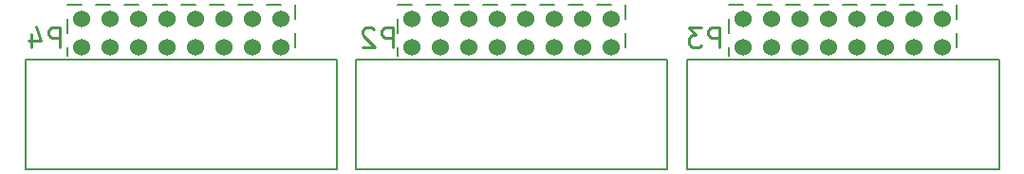
<source format=gbr>
%TF.GenerationSoftware,KiCad,Pcbnew,(6.0.10)*%
%TF.CreationDate,2023-01-12T16:12:03-05:00*%
%TF.ProjectId,power_mini_evolver,706f7765-725f-46d6-996e-695f65766f6c,rev?*%
%TF.SameCoordinates,Original*%
%TF.FileFunction,Legend,Bot*%
%TF.FilePolarity,Positive*%
%FSLAX46Y46*%
G04 Gerber Fmt 4.6, Leading zero omitted, Abs format (unit mm)*
G04 Created by KiCad (PCBNEW (6.0.10)) date 2023-01-12 16:12:03*
%MOMM*%
%LPD*%
G01*
G04 APERTURE LIST*
%ADD10C,0.215900*%
%ADD11C,0.150000*%
%ADD12C,1.524000*%
G04 APERTURE END LIST*
D10*
%TO.C,P2*%
X126839133Y-107941533D02*
X126839133Y-106163533D01*
X126161800Y-106163533D01*
X125992466Y-106248200D01*
X125907800Y-106332866D01*
X125823133Y-106502200D01*
X125823133Y-106756200D01*
X125907800Y-106925533D01*
X125992466Y-107010200D01*
X126161800Y-107094866D01*
X126839133Y-107094866D01*
X125145800Y-106332866D02*
X125061133Y-106248200D01*
X124891800Y-106163533D01*
X124468466Y-106163533D01*
X124299133Y-106248200D01*
X124214466Y-106332866D01*
X124129800Y-106502200D01*
X124129800Y-106671533D01*
X124214466Y-106925533D01*
X125230466Y-107941533D01*
X124129800Y-107941533D01*
%TO.C,P3*%
X155998333Y-107941533D02*
X155998333Y-106163533D01*
X155321000Y-106163533D01*
X155151666Y-106248200D01*
X155067000Y-106332866D01*
X154982333Y-106502200D01*
X154982333Y-106756200D01*
X155067000Y-106925533D01*
X155151666Y-107010200D01*
X155321000Y-107094866D01*
X155998333Y-107094866D01*
X154389666Y-106163533D02*
X153289000Y-106163533D01*
X153881666Y-106840866D01*
X153627666Y-106840866D01*
X153458333Y-106925533D01*
X153373666Y-107010200D01*
X153289000Y-107179533D01*
X153289000Y-107602866D01*
X153373666Y-107772200D01*
X153458333Y-107856866D01*
X153627666Y-107941533D01*
X154135666Y-107941533D01*
X154305000Y-107856866D01*
X154389666Y-107772200D01*
%TO.C,P4*%
X97121133Y-107941533D02*
X97121133Y-106163533D01*
X96443800Y-106163533D01*
X96274466Y-106248200D01*
X96189800Y-106332866D01*
X96105133Y-106502200D01*
X96105133Y-106756200D01*
X96189800Y-106925533D01*
X96274466Y-107010200D01*
X96443800Y-107094866D01*
X97121133Y-107094866D01*
X94581133Y-106756200D02*
X94581133Y-107941533D01*
X95004466Y-106078866D02*
X95427800Y-107348866D01*
X94327133Y-107348866D01*
D11*
%TO.C,P2*%
X147574000Y-106680000D02*
X147574000Y-107950000D01*
X147574000Y-104140000D02*
X147574000Y-105410000D01*
X132334000Y-104140000D02*
X133604000Y-104140000D01*
X145034000Y-104140000D02*
X146304000Y-104140000D01*
X151333200Y-109042200D02*
X151333200Y-118821200D01*
X127254000Y-104140000D02*
X128524000Y-104140000D01*
X139954000Y-104140000D02*
X141224000Y-104140000D01*
X142494000Y-104140000D02*
X143764000Y-104140000D01*
X123494800Y-109042200D02*
X123494800Y-118821200D01*
X137414000Y-104140000D02*
X138684000Y-104140000D01*
X123494800Y-118821200D02*
X151333200Y-118821200D01*
X129794000Y-104140000D02*
X131064000Y-104140000D01*
X127254000Y-108712000D02*
X127254000Y-107950000D01*
X151333200Y-109042200D02*
X123494800Y-109042200D01*
X134874000Y-104140000D02*
X136144000Y-104140000D01*
X127254000Y-106680000D02*
X127254000Y-105410000D01*
%TO.C,P3*%
X180924200Y-109042200D02*
X153085800Y-109042200D01*
X169545000Y-104140000D02*
X170815000Y-104140000D01*
X174625000Y-104140000D02*
X175895000Y-104140000D01*
X180924200Y-109042200D02*
X180924200Y-118821200D01*
X172085000Y-104140000D02*
X173355000Y-104140000D01*
X177165000Y-104140000D02*
X177165000Y-105410000D01*
X167005000Y-104140000D02*
X168275000Y-104140000D01*
X159385000Y-104140000D02*
X160655000Y-104140000D01*
X177165000Y-106680000D02*
X177165000Y-107950000D01*
X156845000Y-104140000D02*
X158115000Y-104140000D01*
X153085800Y-109042200D02*
X153085800Y-118821200D01*
X156845000Y-106680000D02*
X156845000Y-105410000D01*
X164465000Y-104140000D02*
X165735000Y-104140000D01*
X156845000Y-108712000D02*
X156845000Y-107950000D01*
X161925000Y-104140000D02*
X163195000Y-104140000D01*
X153085800Y-118821200D02*
X180924200Y-118821200D01*
%TO.C,P4*%
X121869200Y-109042200D02*
X94030800Y-109042200D01*
X102870000Y-104140000D02*
X104140000Y-104140000D01*
X107950000Y-104140000D02*
X109220000Y-104140000D01*
X121869200Y-109042200D02*
X121869200Y-118821200D01*
X94030800Y-109042200D02*
X94030800Y-118821200D01*
X97790000Y-106680000D02*
X97790000Y-105410000D01*
X113030000Y-104140000D02*
X114300000Y-104140000D01*
X118110000Y-106680000D02*
X118110000Y-107950000D01*
X110490000Y-104140000D02*
X111760000Y-104140000D01*
X105410000Y-104140000D02*
X106680000Y-104140000D01*
X118110000Y-104140000D02*
X118110000Y-105410000D01*
X115570000Y-104140000D02*
X116840000Y-104140000D01*
X97790000Y-104140000D02*
X99060000Y-104140000D01*
X97790000Y-108712000D02*
X97790000Y-107950000D01*
X100330000Y-104140000D02*
X101600000Y-104140000D01*
X94030800Y-118821200D02*
X121869200Y-118821200D01*
%TD*%
D12*
%TO.C,P2*%
X146304000Y-107950000D03*
X146304000Y-105410000D03*
X143764000Y-107950000D03*
X143764000Y-105410000D03*
X141224000Y-107950000D03*
X141224000Y-105410000D03*
X138684000Y-107950000D03*
X138684000Y-105410000D03*
X136144000Y-107950000D03*
X136144000Y-105410000D03*
X133604000Y-107950000D03*
X133604000Y-105410000D03*
X131064000Y-107950000D03*
X131064000Y-105410000D03*
X128524000Y-107950000D03*
X128524000Y-105410000D03*
%TD*%
%TO.C,P3*%
X175895000Y-107950000D03*
X175895000Y-105410000D03*
X173355000Y-107950000D03*
X173355000Y-105410000D03*
X170815000Y-107950000D03*
X170815000Y-105410000D03*
X168275000Y-107950000D03*
X168275000Y-105410000D03*
X165735000Y-107950000D03*
X165735000Y-105410000D03*
X163195000Y-107950000D03*
X163195000Y-105410000D03*
X160655000Y-107950000D03*
X160655000Y-105410000D03*
X158115000Y-107950000D03*
X158115000Y-105410000D03*
%TD*%
%TO.C,P4*%
X116840000Y-107950000D03*
X116840000Y-105410000D03*
X114300000Y-107950000D03*
X114300000Y-105410000D03*
X111760000Y-107950000D03*
X111760000Y-105410000D03*
X109220000Y-107950000D03*
X109220000Y-105410000D03*
X106680000Y-107950000D03*
X106680000Y-105410000D03*
X104140000Y-107950000D03*
X104140000Y-105410000D03*
X101600000Y-107950000D03*
X101600000Y-105410000D03*
X99060000Y-107950000D03*
X99060000Y-105410000D03*
%TD*%
M02*

</source>
